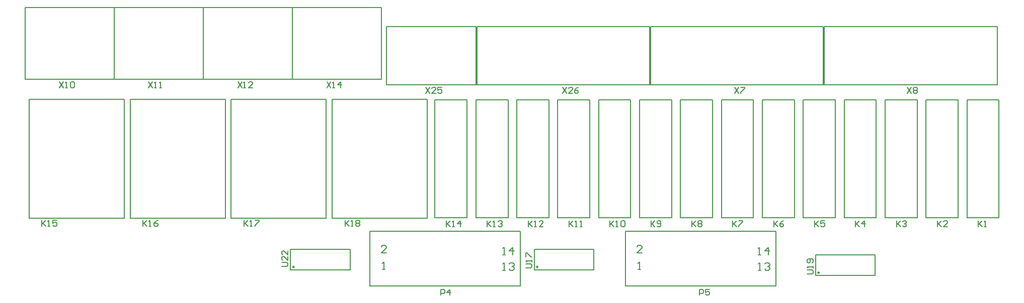
<source format=gto>
G04 Layer_Color=65535*
%FSLAX42Y42*%
%MOMM*%
G71*
G01*
G75*
%ADD24C,0.25*%
%ADD25C,0.20*%
%ADD26C,0.20*%
D24*
X531Y77D02*
G03*
X531Y77I-12J0D01*
G01*
X4631D02*
G03*
X4631Y77I-12J0D01*
G01*
X9364Y-18D02*
G03*
X9364Y-18I-12J0D01*
G01*
D25*
X2000Y3243D02*
Y4453D01*
X500D02*
X2000D01*
X500Y3243D02*
Y4453D01*
Y3243D02*
X2000D01*
X500D02*
Y4453D01*
X-1000D02*
X500D01*
X-1000Y3243D02*
Y4453D01*
Y3243D02*
X500D01*
X-1000D02*
Y4453D01*
X-2500D02*
X-1000D01*
X-2500Y3243D02*
Y4453D01*
Y3243D02*
X-1000D01*
X-2500D02*
Y4453D01*
X-4000D02*
X-2500D01*
X-4000Y3243D02*
Y4453D01*
Y3243D02*
X-2500D01*
X1169Y902D02*
Y2902D01*
X2769D01*
Y902D02*
Y2902D01*
X1169Y902D02*
X2769D01*
X-531D02*
Y2902D01*
X1069D01*
Y902D02*
Y2902D01*
X-531Y902D02*
X1069D01*
X-2231D02*
Y2902D01*
X-631D01*
Y902D02*
Y2902D01*
X-2231Y902D02*
X-631D01*
X-3931D02*
Y2902D01*
X-2331D01*
Y902D02*
Y2902D01*
X-3931Y902D02*
X-2331D01*
X3439Y907D02*
Y2897D01*
X2899Y907D02*
X3439D01*
X2899Y2897D02*
X3439Y2897D01*
X2899Y907D02*
Y2897D01*
X4127Y907D02*
Y2897D01*
X3587Y907D02*
X4127D01*
X3587Y2897D02*
X4127D01*
X3587Y907D02*
X3587Y2897D01*
X4816Y907D02*
Y2897D01*
X4276Y907D02*
X4816D01*
X4276Y2897D02*
X4816Y2897D01*
X4276Y907D02*
Y2897D01*
X5504Y907D02*
Y2897D01*
X4964Y907D02*
X5504D01*
X4964Y2897D02*
X5504D01*
X4964Y907D02*
X4964Y2897D01*
X6192Y907D02*
X6192Y2897D01*
X5652Y907D02*
X6192D01*
X5652Y2897D02*
X6192Y2897D01*
X5652Y907D02*
X5652Y2897D01*
X6881Y907D02*
Y2897D01*
X6341Y907D02*
X6881D01*
X6341Y2897D02*
X6881Y2897D01*
X6341Y907D02*
Y2897D01*
X7569Y907D02*
Y2897D01*
X7029Y907D02*
X7569D01*
X7029Y2897D02*
X7569D01*
X7029Y907D02*
X7029Y2897D01*
X8258Y907D02*
Y2897D01*
X7718Y907D02*
X8258D01*
X7718Y2897D02*
X8258D01*
X7718Y907D02*
X7718Y2897D01*
X9635Y907D02*
Y2897D01*
X9095Y907D02*
X9635D01*
X9095Y2897D02*
X9635Y2897D01*
X9095Y907D02*
Y2897D01*
X10323Y907D02*
X10323Y2897D01*
X9783Y907D02*
X10323D01*
X9783Y2897D02*
X10323D01*
X9783Y907D02*
X9783Y2897D01*
X11012Y907D02*
Y2897D01*
X10472Y907D02*
X11012D01*
X10472Y2897D02*
X11012Y2897D01*
X10472Y907D02*
Y2897D01*
X11700Y907D02*
Y2897D01*
X11160Y907D02*
X11700D01*
X11160Y2897D02*
X11700D01*
X11160Y907D02*
X11160Y2897D01*
X12389Y907D02*
X12389Y2897D01*
X11849Y907D02*
X12389D01*
X11849Y2897D02*
X12389D01*
X11849Y907D02*
Y2897D01*
X4337Y-248D02*
Y677D01*
X1801Y-248D02*
X4337D01*
X1801D02*
Y677D01*
X4337D01*
X8637Y-248D02*
Y677D01*
X6101Y-248D02*
X8637D01*
X6101D02*
Y677D01*
X8637D01*
X469Y27D02*
X1469D01*
X469Y377D02*
X1469D01*
X469Y27D02*
Y377D01*
X1469Y27D02*
Y377D01*
X4569Y27D02*
X5569D01*
X4569Y377D02*
X5569D01*
X4569Y27D02*
Y377D01*
X5569Y27D02*
Y377D01*
X9301Y-68D02*
X10301D01*
X9301Y282D02*
X10301D01*
X9301Y-68D02*
Y282D01*
X10301Y-68D02*
Y282D01*
X2083Y4135D02*
X2435D01*
X2083Y3155D02*
Y4135D01*
Y3155D02*
X3592D01*
Y4135D01*
X2435D02*
X3592D01*
X3603Y3155D02*
Y4135D01*
Y3155D02*
X6512D01*
Y4135D01*
X3603Y4135D02*
X6512Y4135D01*
X6523Y3155D02*
Y4135D01*
Y3155D02*
X9433D01*
Y4135D01*
X6523D02*
X9433D01*
X9448Y3155D02*
Y4135D01*
Y3155D02*
X12358D01*
Y4135D01*
X9448D02*
X12358D01*
X8946Y907D02*
X8946Y2897D01*
X8406Y907D02*
X8946D01*
X8406Y2897D02*
X8946D01*
X8406D02*
X8406Y907D01*
X1080Y3203D02*
X1146Y3103D01*
Y3203D02*
X1080Y3103D01*
X1180D02*
X1213D01*
X1196D01*
Y3203D01*
X1180Y3187D01*
X1313Y3103D02*
Y3203D01*
X1263Y3153D01*
X1330D01*
X-419Y3203D02*
X-352Y3103D01*
Y3203D02*
X-419Y3103D01*
X-319D02*
X-286D01*
X-302D01*
Y3203D01*
X-319Y3187D01*
X-169Y3103D02*
X-236D01*
X-169Y3170D01*
Y3187D01*
X-186Y3203D01*
X-219D01*
X-236Y3187D01*
X-1920Y3203D02*
X-1853Y3103D01*
Y3203D02*
X-1920Y3103D01*
X-1820D02*
X-1787D01*
X-1803D01*
Y3203D01*
X-1820Y3187D01*
X-1737Y3103D02*
X-1703D01*
X-1720D01*
Y3203D01*
X-1737Y3187D01*
X-3421Y3203D02*
X-3355Y3103D01*
Y3203D02*
X-3421Y3103D01*
X-3321D02*
X-3288D01*
X-3305D01*
Y3203D01*
X-3321Y3187D01*
X-3238D02*
X-3221Y3203D01*
X-3188D01*
X-3171Y3187D01*
Y3120D01*
X-3188Y3103D01*
X-3221D01*
X-3238Y3120D01*
Y3187D01*
X10845Y3110D02*
X10912Y3010D01*
Y3110D02*
X10845Y3010D01*
X10945Y3093D02*
X10962Y3110D01*
X10995D01*
X11012Y3093D01*
Y3077D01*
X10995Y3060D01*
X11012Y3043D01*
Y3027D01*
X10995Y3010D01*
X10962D01*
X10945Y3027D01*
Y3043D01*
X10962Y3060D01*
X10945Y3077D01*
Y3093D01*
X10962Y3060D02*
X10995D01*
X7945Y3110D02*
X8012Y3010D01*
Y3110D02*
X7945Y3010D01*
X8045Y3110D02*
X8112D01*
Y3093D01*
X8045Y3027D01*
Y3010D01*
X320Y85D02*
X403D01*
X420Y102D01*
Y135D01*
X403Y152D01*
X320D01*
X420Y252D02*
Y185D01*
X353Y252D01*
X337D01*
X320Y235D01*
Y202D01*
X337Y185D01*
X420Y352D02*
Y285D01*
X353Y352D01*
X337D01*
X320Y335D01*
Y302D01*
X337Y285D01*
X9163Y-40D02*
X9246D01*
X9262Y-23D01*
Y10D01*
X9246Y27D01*
X9163D01*
X9262Y60D02*
Y93D01*
Y77D01*
X9163D01*
X9179Y60D01*
X9246Y143D02*
X9262Y160D01*
Y193D01*
X9246Y210D01*
X9179D01*
X9163Y193D01*
Y160D01*
X9179Y143D01*
X9196D01*
X9213Y160D01*
Y210D01*
X4430Y65D02*
X4513D01*
X4530Y82D01*
Y115D01*
X4513Y132D01*
X4430D01*
X4530Y165D02*
Y198D01*
Y182D01*
X4430D01*
X4447Y165D01*
X4430Y248D02*
Y315D01*
X4447D01*
X4513Y248D01*
X4530D01*
X1386Y862D02*
Y762D01*
Y795D01*
X1453Y862D01*
X1403Y812D01*
X1453Y762D01*
X1486D02*
X1519D01*
X1503D01*
Y862D01*
X1486Y845D01*
X1569D02*
X1586Y862D01*
X1619D01*
X1636Y845D01*
Y828D01*
X1619Y812D01*
X1636Y795D01*
Y778D01*
X1619Y762D01*
X1586D01*
X1569Y778D01*
Y795D01*
X1586Y812D01*
X1569Y828D01*
Y845D01*
X1586Y812D02*
X1619D01*
X-313Y862D02*
Y762D01*
Y795D01*
X-247Y862D01*
X-297Y812D01*
X-247Y762D01*
X-213D02*
X-180D01*
X-197D01*
Y862D01*
X-213Y845D01*
X-130Y862D02*
X-63D01*
Y845D01*
X-130Y778D01*
Y762D01*
X-2015Y862D02*
Y762D01*
Y795D01*
X-1948Y862D01*
X-1998Y812D01*
X-1948Y762D01*
X-1915D02*
X-1882D01*
X-1899D01*
Y862D01*
X-1915Y845D01*
X-1765Y862D02*
X-1799Y845D01*
X-1832Y812D01*
Y778D01*
X-1815Y762D01*
X-1782D01*
X-1765Y778D01*
Y795D01*
X-1782Y812D01*
X-1832D01*
X-3714Y862D02*
Y762D01*
Y795D01*
X-3648Y862D01*
X-3698Y812D01*
X-3648Y762D01*
X-3614D02*
X-3581D01*
X-3598D01*
Y862D01*
X-3614Y845D01*
X-3464Y862D02*
X-3531D01*
Y812D01*
X-3498Y828D01*
X-3481D01*
X-3464Y812D01*
Y778D01*
X-3481Y762D01*
X-3514D01*
X-3531Y778D01*
X3091Y856D02*
Y756D01*
Y790D01*
X3157Y856D01*
X3107Y806D01*
X3157Y756D01*
X3191D02*
X3224D01*
X3207D01*
Y856D01*
X3191Y840D01*
X3324Y756D02*
Y856D01*
X3274Y806D01*
X3341D01*
X3779Y856D02*
Y756D01*
Y790D01*
X3845Y856D01*
X3795Y806D01*
X3845Y756D01*
X3879D02*
X3912D01*
X3895D01*
Y856D01*
X3879Y840D01*
X3962D02*
X3978Y856D01*
X4012D01*
X4028Y840D01*
Y823D01*
X4012Y806D01*
X3995D01*
X4012D01*
X4028Y790D01*
Y773D01*
X4012Y756D01*
X3978D01*
X3962Y773D01*
X4469Y856D02*
Y756D01*
Y790D01*
X4536Y856D01*
X4486Y806D01*
X4536Y756D01*
X4569D02*
X4602D01*
X4586D01*
Y856D01*
X4569Y840D01*
X4719Y756D02*
X4652D01*
X4719Y823D01*
Y840D01*
X4702Y856D01*
X4669D01*
X4652Y840D01*
X5157Y856D02*
Y756D01*
Y790D01*
X5224Y856D01*
X5174Y806D01*
X5224Y756D01*
X5257D02*
X5290D01*
X5274D01*
Y856D01*
X5257Y840D01*
X5340Y756D02*
X5374D01*
X5357D01*
Y856D01*
X5340Y840D01*
X5845Y856D02*
Y756D01*
Y790D01*
X5911Y856D01*
X5861Y806D01*
X5911Y756D01*
X5945D02*
X5978D01*
X5961D01*
Y856D01*
X5945Y840D01*
X6028D02*
X6045Y856D01*
X6078D01*
X6095Y840D01*
Y773D01*
X6078Y756D01*
X6045D01*
X6028Y773D01*
Y840D01*
X6533Y856D02*
Y756D01*
Y790D01*
X6599Y856D01*
X6549Y806D01*
X6599Y756D01*
X6633Y773D02*
X6649Y756D01*
X6683D01*
X6699Y773D01*
Y840D01*
X6683Y856D01*
X6649D01*
X6633Y840D01*
Y823D01*
X6649Y806D01*
X6699D01*
X7223Y856D02*
Y756D01*
Y790D01*
X7290Y856D01*
X7240Y806D01*
X7290Y756D01*
X7323Y840D02*
X7340Y856D01*
X7373D01*
X7390Y840D01*
Y823D01*
X7373Y806D01*
X7390Y790D01*
Y773D01*
X7373Y756D01*
X7340D01*
X7323Y773D01*
Y790D01*
X7340Y806D01*
X7323Y823D01*
Y840D01*
X7340Y806D02*
X7373D01*
X7911Y856D02*
Y756D01*
Y790D01*
X7978Y856D01*
X7928Y806D01*
X7978Y756D01*
X8011Y856D02*
X8078D01*
Y840D01*
X8011Y773D01*
Y756D01*
X9287Y856D02*
Y756D01*
Y790D01*
X9353Y856D01*
X9304Y806D01*
X9353Y756D01*
X9453Y856D02*
X9387D01*
Y806D01*
X9420Y823D01*
X9437D01*
X9453Y806D01*
Y773D01*
X9437Y756D01*
X9403D01*
X9387Y773D01*
X9975Y856D02*
Y756D01*
Y790D01*
X10041Y856D01*
X9991Y806D01*
X10041Y756D01*
X10125D02*
Y856D01*
X10075Y806D01*
X10141D01*
X10665Y856D02*
Y756D01*
Y790D01*
X10732Y856D01*
X10682Y806D01*
X10732Y756D01*
X10765Y840D02*
X10782Y856D01*
X10815D01*
X10832Y840D01*
Y823D01*
X10815Y806D01*
X10798D01*
X10815D01*
X10832Y790D01*
Y773D01*
X10815Y756D01*
X10782D01*
X10765Y773D01*
X11353Y856D02*
Y756D01*
Y790D01*
X11420Y856D01*
X11370Y806D01*
X11420Y756D01*
X11520D02*
X11453D01*
X11520Y823D01*
Y840D01*
X11503Y856D01*
X11470D01*
X11453Y840D01*
X12041Y856D02*
Y756D01*
Y790D01*
X12108Y856D01*
X12058Y806D01*
X12108Y756D01*
X12141D02*
X12174D01*
X12158D01*
Y856D01*
X12141Y840D01*
X3000Y-400D02*
Y-300D01*
X3050D01*
X3067Y-317D01*
Y-350D01*
X3050Y-367D01*
X3000D01*
X3150Y-400D02*
Y-300D01*
X3100Y-350D01*
X3167D01*
X7350Y-400D02*
Y-300D01*
X7400D01*
X7417Y-317D01*
Y-350D01*
X7400Y-367D01*
X7350D01*
X7517Y-300D02*
X7450D01*
Y-350D01*
X7483Y-333D01*
X7500D01*
X7517Y-350D01*
Y-383D01*
X7500Y-400D01*
X7467D01*
X7450Y-383D01*
X2745Y3110D02*
X2812Y3010D01*
Y3110D02*
X2745Y3010D01*
X2912D02*
X2845D01*
X2912Y3077D01*
Y3093D01*
X2895Y3110D01*
X2862D01*
X2845Y3093D01*
X3012Y3110D02*
X2945D01*
Y3060D01*
X2978Y3077D01*
X2995D01*
X3012Y3060D01*
Y3027D01*
X2995Y3010D01*
X2962D01*
X2945Y3027D01*
X5045Y3110D02*
X5112Y3010D01*
Y3110D02*
X5045Y3010D01*
X5212D02*
X5145D01*
X5212Y3077D01*
Y3093D01*
X5195Y3110D01*
X5162D01*
X5145Y3093D01*
X5312Y3110D02*
X5278Y3093D01*
X5245Y3060D01*
Y3027D01*
X5262Y3010D01*
X5295D01*
X5312Y3027D01*
Y3043D01*
X5295Y3060D01*
X5245D01*
X8599Y856D02*
Y756D01*
Y790D01*
X8666Y856D01*
X8616Y806D01*
X8666Y756D01*
X8766Y856D02*
X8732Y840D01*
X8699Y806D01*
Y773D01*
X8716Y756D01*
X8749D01*
X8766Y773D01*
Y790D01*
X8749Y806D01*
X8699D01*
D26*
X2016Y32D02*
X2058D01*
X2037D01*
Y159D01*
X2016Y138D01*
X2080Y312D02*
X1996D01*
X2080Y397D01*
Y418D01*
X2059Y439D01*
X2017D01*
X1996Y418D01*
X4042Y22D02*
X4084D01*
X4063D01*
Y149D01*
X4042Y128D01*
X4147D02*
X4169Y149D01*
X4211D01*
X4232Y128D01*
Y107D01*
X4211Y86D01*
X4190D01*
X4211D01*
X4232Y65D01*
Y44D01*
X4211Y22D01*
X4169D01*
X4147Y44D01*
X4039Y282D02*
X4081D01*
X4060D01*
Y409D01*
X4039Y388D01*
X4208Y282D02*
Y409D01*
X4145Y346D01*
X4230D01*
X6316Y32D02*
X6358D01*
X6337D01*
Y159D01*
X6316Y138D01*
X6380Y312D02*
X6296D01*
X6380Y397D01*
Y418D01*
X6359Y439D01*
X6317D01*
X6296Y418D01*
X8342Y22D02*
X8384D01*
X8363D01*
Y149D01*
X8342Y128D01*
X8447D02*
X8469Y149D01*
X8511D01*
X8532Y128D01*
Y107D01*
X8511Y86D01*
X8490D01*
X8511D01*
X8532Y65D01*
Y44D01*
X8511Y22D01*
X8469D01*
X8447Y44D01*
X8339Y282D02*
X8381D01*
X8360D01*
Y409D01*
X8339Y388D01*
X8508Y282D02*
Y409D01*
X8445Y346D01*
X8530D01*
M02*

</source>
